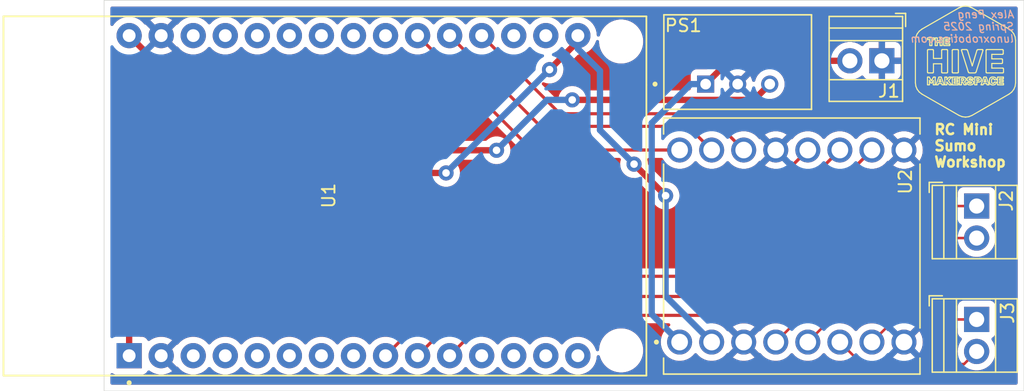
<source format=kicad_pcb>
(kicad_pcb (version 20240108) (generator "pcbnew") (generator_version "8.0")
  (layers (0 "F.Cu" signal) (31 "B.Cu" signal) (34 "B.Paste" user) (35 "F.Paste" user) (36 "B.SilkS" user "B.Silkscreen") (37 "F.SilkS" user "F.Silkscreen") (38 "B.Mask" user) (39 "F.Mask" user) (44 "Edge.Cuts" user))
  (net 0 "")
  (net 1 "GND")
  (net 2 "Net-(J2-Pin_1)")
  (net 3 "Net-(J2-Pin_2)")
  (net 4 "Net-(J3-Pin_2)")
  (net 5 "Net-(J3-Pin_1)")
  (net 6 "+12V")
  (net 7 "+5V")
  (net 9 "BIn1")
  (net 11 "PWMB")
  (net 14 "PWMA")
  (net 19 "AIn1")
  (net 26 "BIn2")
  (net 30 "+3.3V")
  (net 33 "AIn2")
  (footprint "TerminalBlock:TerminalBlock_Xinya_XY308-2.54-2P_1x02_P2.54mm_Horizontal" (layer "F.Cu") (at 140.65 51.825 -90)
    (property "Reference" "J2")
    (property "Value" "MotorA")
  )
  (footprint "Library:MODULE_ESP32_DEVKIT_V1" (layer "F.Cu") (at 89 51 90)
    (property "Reference" "U1")
    (property "Value" "ESP32-DEVKIT-V1")
  )
  (footprint "TSR_1-2433:CONV_TSR_1-2433" (layer "F.Cu") (at 121.7125 40.4)
    (property "Reference" "PS1")
    (property "Value" "TSR_1-2450")
  )
  (footprint "TerminalBlock:TerminalBlock_Xinya_XY308-2.54-2P_1x02_P2.54mm_Horizontal" (layer "F.Cu") (at 140.65 60.825 -90)
    (property "Reference" "J3")
    (property "Value" "MotorB")
  )
  (footprint "TerminalBlock:TerminalBlock_Xinya_XY308-2.54-2P_1x02_P2.54mm_Horizontal" (layer "F.Cu") (at 133.14 40.3 180)
    (property "Reference" "J1")
    (property "Value" "Battery")
  )
  (footprint "Library:MODULE_ROB-14450" (layer "F.Cu") (at 126 55 90)
    (property "Reference" "U2")
    (property "Value" "ROB-14450")
  )
  (gr_line (start 138.63203 41.618645) (end 138.417995 41.886065) (stroke (width 0.09)) (layer "F.SilkS"))
  (gr_line (start 138.417995 41.886065) (end 138.64808 42.180065) (stroke (width 0.09)) (layer "F.SilkS"))
  (gr_line (start 142.081925 42.192485) (end 141.940985 42.218165) (stroke (width 0.09)) (layer "F.SilkS"))
  (gr_line (start 142.465535 41.71691) (end 142.465535 41.83649) (stroke (width 0.09)) (layer "F.SilkS"))
  (gr_line (start 138.28154 42.203135) (end 138.26549 42.209315) (stroke (width 0.09)) (layer "F.SilkS"))
  (gr_line (start 138.493805 38.74463) (end 138.493805 38.820275) (stroke (width 0.09)) (layer "F.SilkS"))
  (gr_line (start 140.66294 41.87102) (end 140.76728 41.87102) (stroke (width 0.09)) (layer "F.SilkS"))
  (gr_line (start 141.21578 41.614205) (end 141.227375 41.596505) (stroke (width 0.09)) (layer "F.SilkS"))
  (gr_line (start 138.153125 42.209315) (end 138.137075 42.203135) (stroke (width 0.09)) (layer "F.SilkS"))
  (gr_line (start 140.665595 42.187175) (end 140.658455 42.203135) (stroke (width 0.09)) (layer "F.SilkS"))
  (gr_line (start 139.14134 41.83649) (end 139.15739 41.843555) (stroke (width 0.09)) (layer "F.SilkS"))
  (gr_line (start 138.493805 38.820275) (end 138.48746 38.835935) (stroke (width 0.09)) (layer "F.SilkS"))
  (gr_line (start 141.00623 42.182735) (end 141.21578 41.614205) (stroke (width 0.09)) (layer "F.SilkS"))
  (gr_line (start 142.750025 41.71691) (end 142.465535 41.71691) (stroke (width 0.09)) (layer "F.SilkS"))
  (gr_line (start 142.682 40.493315) (end 142.63457 40.51184) (stroke (width 0.09)) (layer "F.SilkS"))
  (gr_line (start 137.762015 38.485535) (end 137.778335 38.479445) (stroke (width 0.09)) (layer "F.SilkS"))
  (gr_line (start 139.69397 41.963135) (end 139.81616 42.18098) (stroke (width 0.09)) (layer "F.SilkS"))
  (gr_line (start 136.944307 39.081995) (end 136.93796 39.066335) (stroke (width 0.09)) (layer "F.SilkS"))
  (gr_line (start 142.730375 41.958695) (end 142.465535 41.958695) (stroke (width 0.09)) (layer "F.SilkS"))
  (gr_line (start 138.347405 39.47312) (end 138.347405 41.19551) (stroke (width 0.09)) (layer "F.SilkS"))
  (gr_line (start 140.76728 41.87102) (end 140.828795 41.851535) (stroke (width 0.09)) (layer "F.SilkS"))
  (gr_line (start 142.198715 41.98616) (end 142.212095 41.99147) (stroke (width 0.09)) (layer "F.SilkS"))
  (gr_line (start 141.686617 42.081337) (end 141.665435 41.97818) (stroke (width 0.09)) (layer "F.SilkS"))
  (gr_line (start 140.0322 35.992494) (end 140.2838 36.096005) (stroke (width 0.09)) (layer "F.SilkS"))
  (gr_line (start 139.4519 39.48638) (end 139.44662 39.46253) (stroke (width 0.09)) (layer "F.SilkS"))
  (gr_line (start 140.1884 41.97731) (end 140.100995 41.955155) (stroke (width 0.09)) (layer "F.SilkS"))
  (gr_line (start 139.766677 44.768594) (end 139.501157 44.734088) (stroke (width 0.09)) (layer "F.SilkS"))
  (gr_line (start 138.50741 38.59856) (end 138.49109 38.60465) (stroke (width 0.09)) (layer "F.SilkS"))
  (gr_line (start 141.852335 39.78845) (end 141.852335 40.14617) (stroke (width 0.09)) (layer "F.SilkS"))
  (gr_line (start 137.228005 41.19551) (end 137.206934 41.24321) (stroke (width 0.09)) (layer "F.SilkS"))
  (gr_line (start 142.700405 40.445615) (end 142.682 40.493315) (stroke (width 0.09)) (layer "F.SilkS"))
  (gr_line (start 137.369435 39.066335) (end 137.369435 38.50118) (stroke (width 0.09)) (layer "F.SilkS"))
  (gr_line (start 137.369435 38.50118) (end 137.37578 38.485535) (stroke (width 0.09)) (layer "F.SilkS"))
  (gr_line (start 142.757165 42.0818) (end 142.7732 42.087995) (stroke (width 0.09)) (layer "F.SilkS"))
  (gr_line (start 142.700405 40.215065) (end 142.700405 40.445615) (stroke (width 0.09)) (layer "F.SilkS"))
  (gr_line (start 138.05135 38.485535) (end 138.06767 38.479445) (stroke (width 0.09)) (layer "F.SilkS"))
  (gr_line (start 137.37578 38.485535) (end 137.3921 38.479445) (stroke (width 0.09)) (layer "F.SilkS"))
  (gr_line (start 142.692515 39.40688) (end 142.739945 39.425435) (stroke (width 0.09)) (layer "F.SilkS"))
  (gr_line (start 141.940115 42.09065) (end 142.01144 42.072035) (stroke (width 0.09)) (layer "F.SilkS"))
  (gr_line (start 142.75268 41.859515) (end 142.75268 41.93654) (stroke (width 0.09)) (layer "F.SilkS"))
  (gr_line (start 139.940465 41.890505) (end 139.901013 41.838037) (stroke (width 0.09)) (layer "F.SilkS"))
  (gr_line (start 137.87594 41.19551) (end 137.87594 40.535705) (stroke (width 0.09)) (layer "F.SilkS"))
  (gr_line (start 141.3995 41.972855) (end 141.316595 41.739065) (stroke (width 0.09)) (layer "F.SilkS"))
  (gr_line (start 137.8679 42.10037) (end 137.62979 42.10037) (stroke (width 0.09)) (layer "F.SilkS"))
  (gr_line (start 142.081925 41.607095) (end 142.179995 41.68151) (stroke (width 0.09)) (layer "F.SilkS"))
  (gr_line (start 143.434094 37.948855) (end 143.596856 38.160642) (stroke (width 0.09)) (layer "F.SilkS"))
  (gr_line (start 138.513755 38.582915) (end 138.50741 38.59856) (stroke (width 0.09)) (layer "F.SilkS"))
  (gr_line (start 138.72842 42.203135) (end 138.72218 42.187175) (stroke (width 0.09)) (layer "F.SilkS"))
  (gr_line (start 141.827289 42.202893) (end 141.741245 42.157055) (stroke (width 0.09)) (layer "F.SilkS"))
  (gr_line (start 138.47114 38.84201) (end 138.20186 38.84201) (stroke (width 0.09)) (layer "F.SilkS"))
  (gr_line (start 138.48746 38.728985) (end 138.493805 38.74463) (stroke (width 0.09)) (layer "F.SilkS"))
  (gr_line (start 140.072465 42.075575) (end 140.14112 42.09065) (stroke (width 0.09)) (layer "F.SilkS"))
  (gr_line (start 138.49109 38.479445) (end 138.50741 38.485535) (stroke (width 0.09)) (layer "F.SilkS"))
  (gr_line (start 142.779425 42.187175) (end 142.7732 42.203135) (stroke (width 0.09)) (layer "F.SilkS"))
  (gr_line (start 139.16096 41.589395) (end 139.17701 41.59559) (stroke (width 0.09)) (layer "F.SilkS"))
  (gr_line (start 138.72218 42.187175) (end 138.72218 41.61155) (stroke (width 0.09)) (layer "F.SilkS"))
  (gr_line (start 138.045005 39.066335) (end 138.045005 38.50118) (stroke (width 0.09)) (layer "F.SilkS"))
  (gr_line (start 142.739945 39.425435) (end 142.75835 39.47312) (stroke (width 0.09)) (layer "F.SilkS"))
  (gr_line (start 140.37032 41.77184) (end 140.252615 41.77184) (stroke (width 0.09)) (layer "F.SilkS"))
  (gr_line (start 140.64242 42.209315) (end 140.522 42.209315) (stroke (width 0.09)) (layer "F.SilkS"))
  (gr_line (start 142.06049 41.808155) (end 142.04981 41.78954) (stroke (width 0.09)) (layer "F.SilkS"))
  (gr_line (start 142.76606 41.71073) (end 142.750025 41.71691) (stroke (width 0.09)) (layer "F.SilkS"))
  (gr_line (start 137.87594 40.535705) (end 137.228005 40.535705) (stroke (width 0.09)) (layer "F.SilkS"))
  (gr_line (start 137.37578 39.081995) (end 137.369435 39.066335) (stroke (width 0.09)) (layer "F.SilkS"))
  (gr_line (start 137.75567 38.50118) (end 137.762015 38.485535) (stroke (width 0.09)) (layer "F.SilkS"))
  (gr_line (start 137.532635 38.71073) (end 137.75567 38.71073) (stroke (width 0.09)) (layer "F.SilkS"))
  (gr_line (start 136.905515 41.855075) (end 136.905515 42.187175) (stroke (width 0.09)) (layer "F.SilkS"))
  (gr_line (start 140.658455 42.203135) (end 140.64242 42.209315) (stroke (width 0.09)) (layer "F.SilkS"))
  (gr_line (start 136.760252 38.60987) (end 136.753906 38.59421) (stroke (width 0.09)) (layer "F.SilkS"))
  (gr_line (start 137.660105 41.596505) (end 137.683295 41.589395) (stroke (width 0.09)) (layer "F.SilkS"))
  (gr_line (start 139.1681 42.0818) (end 139.18415 42.087995) (stroke (width 0.09)) (layer "F.SilkS"))
  (gr_line (start 138.513755 38.50118) (end 138.513755 38.582915) (stroke (width 0.09)) (layer "F.SilkS"))
  (gr_line (start 138.782315 41.261735) (end 138.7349 41.24321) (stroke (width 0.09)) (layer "F.SilkS"))
  (gr_line (start 140.07425 41.722235) (end 140.05286 41.76386) (stroke (width 0.09)) (layer "F.SilkS"))
  (gr_line (start 139.29176 41.61155) (end 139.298 41.59559) (stroke (width 0.09)) (layer "F.SilkS"))
  (gr_line (start 137.931215 42.209315) (end 137.902685 42.1907) (stroke (width 0.09)) (layer "F.SilkS"))
  (gr_line (start 141.15074 39.46253) (end 141.14549 39.48638) (stroke (width 0.09)) (layer "F.SilkS"))
  (gr_line (start 137.159524 39.40688) (end 137.206934 39.425435) (stroke (width 0.09)) (layer "F.SilkS"))
  (gr_line (start 138.32897 39.425435) (end 138.347405 39.47312) (stroke (width 0.09)) (layer "F.SilkS"))
  (gr_line (start 143.699618 38.406934) (end 143.73542 38.67572) (stroke (width 0.09)) (layer "F.SilkS"))
  (gr_line (start 140.671385 39.475775) (end 140.702975 39.428075) (stroke (width 0.09)) (layer "F.SilkS"))
  (gr_line (start 137.287027 38.59421) (end 137.280681 38.60987) (stroke (width 0.09)) (layer "F.SilkS"))
  (gr_line (start 137.36747 41.61155) (end 137.36747 42.187175) (stroke (width 0.09)) (layer "F.SilkS"))
  (gr_line (start 140.8511 41.79221) (end 140.82971 41.734655) (stroke (width 0.09)) (layer "F.SilkS"))
  (gr_line (start 140.874292 41.980835) (end 140.77172 41.993225) (stroke (width 0.09)) (layer "F.SilkS"))
  (gr_line (start 139.298 41.59559) (end 139.314065 41.589395) (stroke (width 0.09)) (layer "F.SilkS"))
  (gr_line (start 139.54325 41.990555) (end 139.45229 41.990555) (stroke (width 0.09)) (layer "F.SilkS"))
  (gr_line (start 138.72218 41.61155) (end 138.72842 41.59559) (stroke (width 0.09)) (layer "F.SilkS"))
  (gr_line (start 139.554845 41.712515) (end 139.45229 41.712515) (stroke (width 0.09)) (layer "F.SilkS"))
  (gr_line (start 142.692515 39.78845) (end 141.852335 39.78845) (stroke (width 0.09)) (layer "F.SilkS"))
  (gr_line (start 141.233645 41.972855) (end 141.3995 41.972855) (stroke (width 0.09)) (layer "F.SilkS"))
  (gr_line (start 141.687059 41.718702) (end 141.74303 41.64341) (stroke (width 0.09)) (layer "F.SilkS"))
  (gr_line (start 142.75268 41.93654) (end 142.746455 41.9525) (stroke (width 0.09)) (layer "F.SilkS"))
  (gr_line (start 138.287795 42.187175) (end 138.28154 42.203135) (stroke (width 0.09)) (layer "F.SilkS"))
  (gr_line (start 139.660529 41.602676) (end 139.738565 41.64254) (stroke (width 0.09)) (layer "F.SilkS"))
  (gr_line (start 140.569323 41.24186) (end 140.500175 41.261735) (stroke (width 0.09)) (layer "F.SilkS"))
  (gr_line (start 138.87647 41.71691) (end 138.87647 41.83649) (stroke (width 0.09)) (layer "F.SilkS"))
  (gr_line (start 140.76728 41.712515) (end 140.66294 41.712515) (stroke (width 0.09)) (layer "F.SilkS"))
  (gr_line (start 138.47114 38.722025) (end 138.48746 38.728985) (stroke (width 0.09)) (layer "F.SilkS"))
  (gr_line (start 141.62159 42.204005) (end 141.60821 42.209315) (stroke (width 0.09)) (layer "F.SilkS"))
  (gr_line (start 135.93649 38.160642) (end 136.099249 37.948855) (stroke (width 0.09)) (layer "F.SilkS"))
  (gr_line (start 137.456765 42.209315) (end 137.4434 42.204005) (stroke (width 0.09)) (layer "F.SilkS"))
  (gr_line (start 142.211225 41.808155) (end 142.198715 41.812565) (stroke (width 0.09)) (layer "F.SilkS"))
  (gr_line (start 139.766677 35.95799) (end 140.0322 35.992494) (stroke (width 0.09)) (layer "F.SilkS"))
  (gr_line (start 140.135765 41.70806) (end 140.07425 41.722235) (stroke (width 0.09)) (layer "F.SilkS"))
  (gr_line (start 137.280681 38.60987) (end 137.264362 38.61596) (stroke (width 0.09)) (layer "F.SilkS"))
  (gr_line (start 137.94179 39.40688) (end 138.28157 39.40688) (stroke (width 0.09)) (layer "F.SilkS"))
  (gr_line (start 135.79793 42.050885) (end 135.79793 38.67572) (stroke (width 0.09)) (layer "F.SilkS"))
  (gr_line (start 139.18325 41.694815) (end 139.17701 41.71073) (stroke (width 0.09)) (layer "F.SilkS"))
  (gr_line (start 142.71359 40.88018) (end 142.76102 40.89872) (stroke (width 0.09)) (layer "F.SilkS"))
  (gr_line (start 140.873621 41.602466) (end 140.950985 41.64167) (stroke (width 0.09)) (layer "F.SilkS"))
  (gr_line (start 139.16363 41.859515) (end 139.16363 41.93654) (stroke (width 0.09)) (layer "F.SilkS"))
  (gr_line (start 139.891415 42.02156) (end 140.00381 42.02156) (stroke (width 0.09)) (layer "F.SilkS"))
  (gr_line (start 142.333535 42.209315) (end 142.31747 42.203135) (stroke (width 0.09)) (layer "F.SilkS"))
  (gr_line (start 138.137075 42.203135) (end 138.13082 42.187175) (stroke (width 0.09)) (layer "F.SilkS"))
  (gr_line (start 141.83042 41.898485) (end 141.83129 41.97374) (stroke (width 0.09)) (layer "F.SilkS"))
  (gr_line (start 141.010685 42.204005) (end 141.005315 42.1907) (stroke (width 0.09)) (layer "F.SilkS"))
  (gr_line (start 139.81883 42.1907) (end 139.81259 42.204005) (stroke (width 0.09)) (layer "F.SilkS"))
  (gr_line (start 139.504565 39.40688) (end 139.83116 39.40688) (stroke (width 0.09)) (layer "F.SilkS"))
  (gr_line (start 138.347405 41.19551) (end 138.32897 41.24321) (stroke (width 0.09)) (layer "F.SilkS"))
  (gr_line (start 138.46436 42.191585) (end 138.287795 41.972855) (stroke (width 0.09)) (layer "F.SilkS"))
  (gr_line (start 139.13525 39.40688) (end 139.182665 39.425435) (stroke (width 0.09)) (layer "F.SilkS"))
  (gr_line (start 137.217653 41.608895) (end 137.248864 41.589395) (stroke (width 0.09)) (layer "F.SilkS"))
  (gr_line (start 140.23121 41.999405) (end 140.1884 41.97731) (stroke (width 0.09)) (layer "F.SilkS"))
  (gr_line (start 142.746455 41.843555) (end 142.75268 41.859515) (stroke (width 0.09)) (layer "F.SilkS"))
  (gr_line (start 136.753906 39.47312) (end 136.77234 39.425435) (stroke (width 0.09)) (layer "F.SilkS"))
  (gr_line (start 136.753906 38.59421) (end 136.753906 38.50118) (stroke (width 0.09)) (layer "F.SilkS"))
  (gr_line (start 141.40577 41.596505) (end 141.41735 41.614205) (stroke (width 0.09)) (layer "F.SilkS"))
  (gr_line (start 138.06767 39.08807) (end 138.05135 39.081995) (stroke (width 0.09)) (layer "F.SilkS"))
  (gr_line (start 137.532635 39.066335) (end 137.525375 39.081995) (stroke (width 0.09)) (layer "F.SilkS"))
  (gr_line (start 142.757165 42.209315) (end 142.333535 42.209315) (stroke (width 0.09)) (layer "F.SilkS"))
  (gr_line (start 136.776202 42.209315) (end 136.760149 42.203135) (stroke (width 0.09)) (layer "F.SilkS"))
  (gr_line (start 139.46243 39.425435) (end 139.504565 39.40688) (stroke (width 0.09)) (layer "F.SilkS"))
  (gr_line (start 138.045005 38.50118) (end 138.05135 38.485535) (stroke (width 0.09)) (layer "F.SilkS"))
  (gr_line (start 139.81259 42.204005) (end 139.800095 42.209315) (stroke (width 0.09)) (layer "F.SilkS"))
  (gr_line (start 141.60821 42.209315) (end 141.498515 42.209315) (stroke (width 0.09)) (layer "F.SilkS"))
  (gr_line (start 141.860283 42.061422) (end 141.940115 42.09065) (stroke (width 0.09)) (layer "F.SilkS"))
  (gr_line (start 140.3 40.7) (end 140.671385 39.475775) (stroke (width 0.09)) (layer "F.SilkS"))
  (gr_line (start 138.058745 42.182735) (end 138.06053 42.1907) (stroke (width 0.09)) (layer "F.SilkS"))
  (gr_line (start 142.63457 40.14617) (end 142.682 40.167365) (stroke (width 0.09)) (layer "F.SilkS"))
  (gr_line (start 139.298 42.203135) (end 139.29176 42.187175) (stroke (width 0.09)) (layer "F.SilkS"))
  (gr_line (start 138.87647 41.83649) (end 139.14134 41.83649) (stroke (width 0.09)) (layer "F.SilkS"))
  (gr_line (start 137.525375 39.081995) (end 137.509055 39.08807) (stroke (width 0.09)) (layer "F.SilkS"))
  (gr_line (start 137.94179 41.261735) (end 137.894375 41.24321) (stroke (width 0.09)) (layer "F.SilkS"))
  (gr_line (start 140.02076 42.026) (end 140.034995 42.037505) (stroke (width 0.09)) (layer "F.SilkS"))
  (gr_line (start 138.287795 41.972855) (end 138.287795 42.187175) (stroke (width 0.09)) (layer "F.SilkS"))
  (gr_line (start 137.287027 38.50118) (end 137.287027 38.59421) (stroke (width 0.09)) (layer "F.SilkS"))
  (gr_line (start 139.16363 41.93654) (end 139.15739 41.9525) (stroke (width 0.09)) (layer "F.SilkS"))
  (gr_line (start 139.18325 41.61155) (end 139.18325 41.694815) (stroke (width 0.09)) (layer "F.SilkS"))
  (gr_line (start 140.702975 39.428075) (end 140.7662 39.40688) (stroke (width 0.09)) (layer "F.SilkS"))
  (gr_line (start 139.18415 42.087995) (end 139.19039 42.10391) (stroke (width 0.09)) (layer "F.SilkS"))
  (gr_line (start 136.960625 39.08807) (end 136.944307 39.081995) (stroke (width 0.09)) (layer "F.SilkS"))
  (gr_line (start 139.68149 42.209315) (end 139.64492 42.18539) (stroke (width 0.09)) (layer "F.SilkS"))
  (gr_line (start 137.75567 39.066335) (end 137.75567 38.84984) (stroke (width 0.09)) (layer "F.SilkS"))
  (gr_line (start 137.762015 39.081995) (end 137.75567 39.066335) (stroke (width 0.09)) (layer "F.SilkS"))
  (gr_line (start 137.75567 38.71073) (end 137.75567 38.50118) (stroke (width 0.09)) (layer "F.SilkS"))
  (gr_line (start 142.779425 40.94642) (end 142.779425 41.19551) (stroke (width 0.09)) (layer "F.SilkS"))
  (gr_line (start 142.76606 41.59559) (end 142.77233 41.61155) (stroke (width 0.09)) (layer "F.SilkS"))
  (gr_line (start 138.7349 41.24321) (end 138.716465 41.19551) (stroke (width 0.09)) (layer "F.SilkS"))
  (gr_line (start 137.59589 42.1907) (end 137.56646 42.209315) (stroke (width 0.09)) (layer "F.SilkS"))
  (gr_line (start 137.43893 42.182735) (end 137.64851 41.614205) (stroke (width 0.09)) (layer "F.SilkS"))
  (gr_line (start 139.16096 41.71691) (end 138.87647 41.71691) (stroke (width 0.09)) (layer "F.SilkS"))
  (gr_line (start 139.554845 41.864825) (end 139.617275 41.84534) (stroke (width 0.09)) (layer "F.SilkS"))
  (gr_line (start 137.102972 39.066335) (end 137.096627 39.081995) (stroke (width 0.09)) (layer "F.SilkS"))
  (gr_line (start 143.596856 38.160642) (end 143.699618 38.406934) (stroke (width 0.09)) (layer "F.SilkS"))
  (gr_line (start 136.776202 41.589395) (end 136.872515 41.589395) (stroke (width 0.09)) (layer "F.SilkS"))
  (gr_line (start 141.462485 39.40688) (end 142.692515 39.40688) (stroke (width 0.09)) (layer "F.SilkS"))
  (gr_line (start 137.248864 41.589395) (end 137.344295 41.589395) (stroke (width 0.09)) (layer "F.SilkS"))
  (gr_line (start 139.9892 41.18225) (end 139.4519 39.48638) (stroke (width 0.09)) (layer "F.SilkS"))
  (gr_line (start 137.911625 39.081995) (end 137.895305 39.08807) (stroke (width 0.09)) (layer "F.SilkS"))
  (gr_line (start 138.287795 41.808155) (end 138.45278 41.606225) (stroke (width 0.09)) (layer "F.SilkS"))
  (gr_line (start 137.344295 42.209315) (end 137.238164 42.209315) (stroke (width 0.09)) (layer "F.SilkS"))
  (gr_line (start 139.45229 41.990555) (end 139.45229 42.187175) (stroke (width 0.09)) (layer "F.SilkS"))
  (gr_line (start 142.333535 41.589395) (end 142.750025 41.589395) (stroke (width 0.09)) (layer "F.SilkS"))
  (gr_line (start 141.396635 39.47312) (end 141.4151 39.425435) (stroke (width 0.09)) (layer "F.SilkS"))
  (gr_line (start 136.872515 41.589395) (end 136.90373 41.608895) (stroke (width 0.09)) (layer "F.SilkS"))
  (gr_line (start 140.522 41.589395) (end 140.77172 41.589395) (stroke (width 0.09)) (layer "F.SilkS"))
  (gr_line (start 140.252615 41.77184) (end 140.234795 41.768315) (stroke (width 0.09)) (layer "F.SilkS"))
  (gr_line (start 139.891775 39.428075) (end 139.925975 39.475775) (stroke (width 0.09)) (layer "F.SilkS"))
  (gr_line (start 142.21745 42.00473) (end 142.179995 42.118085) (stroke (width 0.09)) (layer "F.SilkS"))
  (gr_line (start 138.74447 41.589395) (end 139.16096 41.589395) (stroke (width 0.09)) (layer "F.SilkS"))
  (gr_line (start 137.102972 38.61596) (end 137.102972 39.066335) (stroke (width 0.09)) (layer "F.SilkS"))
  (gr_line (start 139.617275 41.84534) (end 139.63868 41.78954) (stroke (width 0.09)) (layer "F.SilkS"))
  (gr_line (start 141.83129 41.97374) (end 141.860283 42.061422) (stroke (width 0.09)) (layer "F.SilkS"))
  (gr_line (start 140.951855 41.94365) (end 140.874292 41.980835) (stroke (width 0.09)) (layer "F.SilkS"))
  (gr_line (start 140.522 42.209315) (end 140.50598 42.203135) (stroke (width 0.09)) (layer "F.SilkS"))
  (gr_line (start 142.21745 41.793995) (end 142.21745 41.795735) (stroke (width 0.09)) (layer "F.SilkS"))
  (gr_line (start 137.87594 40.111715) (end 137.87594 39.47312) (stroke (width 0.09)) (layer "F.SilkS"))
  (gr_line (start 136.819751 39.40688) (end 137.159524 39.40688) (stroke (width 0.09)) (layer "F.SilkS"))
  (gr_line (start 138.20186 38.60465) (end 138.20186 38.722025) (stroke (width 0.09)) (layer "F.SilkS"))
  (gr_line (start 138.32897 41.24321) (end 138.28157 41.261735) (stroke (width 0.09)) (layer "F.SilkS"))
  (gr_line (start 139.55663 41.589395) (end 139.660529 41.602676) (stroke (width 0.09)) (layer "F.SilkS"))
  (gr_line (start 140.270465 41.607095) (end 140.35694 41.674415) (stroke (width 0.09)) (layer "F.SilkS"))
  (gr_line (start 137.749295 41.739065) (end 137.666345 41.972855) (stroke (width 0.09)) (layer "F.SilkS"))
  (gr_line (start 138.05135 39.081995) (end 138.045005 39.066335) (stroke (width 0.09)) (layer "F.SilkS"))
  (gr_line (start 138.153125 41.589395) (end 138.26549 41.589395) (stroke (width 0.09)) (layer "F.SilkS"))
  (gr_line (start 137.037505 42.06053) (end 137.018776 42.05522) (stroke (width 0.09)) (layer "F.SilkS"))
  (gr_line (start 136.77657 38.61596) (end 136.760252 38.60987) (stroke (width 0.09)) (layer "F.SilkS"))
  (gr_line (start 142.779425 42.10391) (end 142.779425 42.187175) (stroke (width 0.09)) (layer "F.SilkS"))
  (gr_line (start 138.49835 38.96288) (end 138.51467 38.968955) (stroke (width 0.09)) (layer "F.SilkS"))
  (gr_line (start 141.498515 42.209315) (end 141.469985 42.1907) (stroke (width 0.09)) (layer "F.SilkS"))
  (gr_line (start 140.50598 42.203135) (end 140.49974 42.187175) (stroke (width 0.09)) (layer "F.SilkS"))
  (gr_line (start 135.79793 38.67572) (end 135.83373 38.406934) (stroke (width 0.09)) (layer "F.SilkS"))
  (gr_line (start 137.895305 39.08807) (end 137.778335 39.08807) (stroke (width 0.09)) (layer "F.SilkS"))
  (gr_line (start 140.218715 42.074705) (end 140.24546 42.031325) (stroke (width 0.09)) (layer "F.SilkS"))
  (gr_line (start 139.64492 42.18539) (end 139.54325 41.990555) (stroke (width 0.09)) (layer "F.SilkS"))
  (gr_line (start 140.77172 41.589395) (end 140.873621 41.602466) (stroke (width 0.09)) (layer "F.SilkS"))
  (gr_line (start 139.182665 41.24321) (end 139.13525 41.261735) (stroke (width 0.09)) (layer "F.SilkS"))
  (gr_line (start 139.18415 42.203135) (end 139.1681 42.209315) (stroke (width 0.09)) (layer "F.SilkS"))
  (gr_line (start 137.221217 42.203135) (end 137.214974 42.187175) (stroke (width 0.09)) (layer "F.SilkS"))
  (gr_line (start 140.028044 41.24186) (end 139.9892 41.18225) (stroke (width 0.09)) (layer "F.SilkS"))
  (gr_line (start 141.43517 42.10037) (end 141.197045 42.10037) (stroke (width 0.09)) (layer "F.SilkS"))
  (gr_line (start 139.203725 39.47312) (end 139.203725 41.19551) (stroke (width 0.09)) (layer "F.SilkS"))
  (gr_line (start 138.51467 38.968955) (end 138.521015 38.984615) (stroke (width 0.09)) (layer "F.SilkS"))
  (gr_line (start 138.782315 39.40688) (end 139.13525 39.40688) (stroke (width 0.09)) (layer "F.SilkS"))
  (gr_line (start 142.05962 41.99147) (end 142.078355 41.98616) (stroke (width 0.09)) (layer "F.SilkS"))
  (gr_line (start 136.760149 42.203135) (end 136.753906 42.187175) (stroke (width 0.09)) (layer "F.SilkS"))
  (gr_line (start 140.280275 42.195155) (end 140.14112 42.218165) (stroke (width 0.09)) (layer "F.SilkS"))
  (gr_line (start 137.214974 41.855075) (end 137.115094 42.040175) (stroke (width 0.09)) (layer "F.SilkS"))
  (gr_line (start 141.665435 41.820545) (end 141.687059 41.718702) (stroke (width 0.09)) (layer "F.SilkS"))
  (gr_line (start 140.00381 42.02156) (end 140.02076 42.026) (stroke (width 0.09)) (layer "F.SilkS"))
  (gr_line (start 142.179995 41.68151) (end 142.21745 41.793995) (stroke (width 0.09)) (layer "F.SilkS"))
  (gr_line (start 137.264362 38.61596) (end 137.102972 38.61596) (stroke (width 0.09)) (layer "F.SilkS"))
  (gr_line (start 143.73542 38.67572) (end 143.73542 42.050885) (stroke (width 0.09)) (layer "F.SilkS"))
  (gr_line (start 138.05429 42.204005) (end 138.04091 42.209315) (stroke (width 0.09)) (layer "F.SilkS"))
  (gr_line (start 137.360345 41.59559) (end 137.36747 41.61155) (stroke (width 0.09)) (layer "F.SilkS"))
  (gr_line (start 142.179995 42.118085) (end 142.081925 42.192485) (stroke (width 0.09)) (layer "F.SilkS"))
  (gr_line (start 142.682 40.167365) (end 142.700405 40.215065) (stroke (width 0.09)) (layer "F.SilkS"))
  (gr_line (start 137.083879 42.06053) (end 137.037505 42.06053) (stroke (width 0.09)) (layer "F.SilkS"))
  (gr_line (start 140.097185 41.261735) (end 140.028044 41.24186) (stroke (width 0.09)) (layer "F.SilkS"))
  (gr_line (start 136.77657 38.479445) (end 137.264362 38.479445) (stroke (width 0.09)) (layer "F.SilkS"))
  (gr_line (start 137.894375 39.425435) (end 137.94179 39.40688) (stroke (width 0.09)) (layer "F.SilkS"))
  (gr_line (start 140.24546 42.031325) (end 140.23121 41.999405) (stroke (width 0.09)) (layer "F.SilkS"))
  (gr_line (start 139.63868 41.78954) (end 139.617275 41.73374) (stroke (width 0.09)) (layer "F.SilkS"))
  (gr_line (start 142.730375 41.83649) (end 142.746455 41.843555) (stroke (width 0.09)) (layer "F.SilkS"))
  (gr_line (start 137.778335 38.479445) (end 137.895305 38.479445) (stroke (width 0.09)) (layer "F.SilkS"))
  (gr_line (start 140.35694 41.674415) (end 140.389055 41.753225) (stroke (width 0.09)) (layer "F.SilkS"))
  (gr_line (start 139.249565 36.096005) (end 139.501157 35.992494) (stroke (width 0.09)) (layer "F.SilkS"))
  (gr_line (start 138.13082 41.61155) (end 138.137075 41.59559) (stroke (width 0.09)) (layer "F.SilkS"))
  (gr_line (start 136.753906 41.19551) (end 136.753906 39.47312) (stroke (width 0.09)) (layer "F.SilkS"))
  (gr_line (start 140.500175 41.261735) (end 140.097185 41.261735) (stroke (width 0.09)) (layer "F.SilkS"))
  (gr_line (start 140.50598 41.59559) (end 140.522 41.589395) (stroke (width 0.09)) (layer "F.SilkS"))
  (gr_line (start 141.38255 41.589395) (end 141.40577 41.596505) (stroke (width 0.09)) (layer "F.SilkS"))
  (gr_line (start 137.36747 42.187175) (end 137.360345 42.203135) (stroke (width 0.09)) (layer "F.SilkS"))
  (gr_line (start 141.41735 41.614205) (end 141.62603 42.182735) (stroke (width 0.09)) (layer "F.SilkS"))
  (gr_line (start 136.77234 39.425435) (end 136.819751 39.40688) (stroke (width 0.09)) (layer "F.SilkS"))
  (gr_line (start 140.608175 41.18225) (end 140.569323 41.24186) (stroke (width 0.09)) (layer "F.SilkS"))
  (gr_line (start 137.895305 38.479445) (end 137.911625 38.485535) (stroke (width 0.09)) (layer "F.SilkS"))
  (gr_line (start 142.465535 42.0818) (end 142.757165 42.0818) (stroke (width 0.09)) (layer "F.SilkS"))
  (gr_line (start 136.883219 42.209315) (end 136.776202 42.209315) (stroke (width 0.09)) (layer "F.SilkS"))
  (gr_line (start 139.314065 42.209315) (end 139.298 42.203135) (stroke (width 0.09)) (layer "F.SilkS"))
  (gr_line (start 137.683295 41.589395) (end 137.81528 41.589395) (stroke (width 0.09)) (layer "F.SilkS"))
  (gr_line (start 141.02405 42.209315) (end 141.010685 42.204005) (stroke (width 0.09)) (layer "F.SilkS"))
  (gr_line (start 141.940985 42.218165) (end 141.827289 42.202893) (stroke (width 0.09)) (layer "F.SilkS"))
  (gr_line (start 139.81616 42.18098) (end 139.81883 42.1907) (stroke (width 0.09)) (layer "F.SilkS"))
  (gr_line (start 138.28154 41.59559) (end 138.287795 41.61155) (stroke (width 0.09)) (layer "F.SilkS"))
  (gr_line (start 138.20186 38.96288) (end 138.49835 38.96288) (stroke (width 0.09)) (layer "F.SilkS"))
  (gr_line (start 139.90391 42.12872) (end 139.87181 42.040175) (stroke (width 0.09)) (layer "F.SilkS"))
  (gr_line (start 140.2232 41.756765) (end 140.193755 41.722235) (stroke (width 0.09)) (layer "F.SilkS"))
  (gr_line (start 136.753906 38.50118) (end 136.760252 38.485535) (stroke (width 0.09)) (layer "F.SilkS"))
  (gr_line (start 137.228005 39.47312) (end 137.228005 40.111715) (stroke (width 0.09)) (layer "F.SilkS"))
  (gr_line (start 139.314065 41.589395) (end 139.55663 41.589395) (stroke (width 0.09)) (layer "F.SilkS"))
  (gr_line (start 142.75835 39.72221) (end 142.739945 39.76991) (stroke (width 0.09)) (layer "F.SilkS"))
  (gr_line (start 138.716465 41.19551) (end 138.716465 39.47312) (stroke (width 0.09)) (layer "F.SilkS"))
  (gr_line (start 142.078355 41.812565) (end 142.06049 41.808155) (stroke (width 0.09)) (layer "F.SilkS"))
  (gr_line (start 142.63457 40.51184) (end 141.852335 40.51184) (stroke (width 0.09)) (layer "F.SilkS"))
  (gr_line (start 139.738565 41.64254) (end 139.788065 41.705863) (stroke (width 0.09)) (layer "F.SilkS"))
  (gr_line (start 137.096627 39.081995) (end 137.080307 39.08807) (stroke (width 0.09)) (layer "F.SilkS"))
  (gr_line (start 137.344295 41.589395) (end 137.360345 41.59559) (stroke (width 0.09)) (layer "F.SilkS"))
  (gr_line (start 142.01057 41.726675) (end 141.940115 41.70806) (stroke (width 0.09)) (layer "F.SilkS"))
  (gr_line (start 141.741245 42.157055) (end 141.686617 42.081337) (stroke (width 0.09)) (layer "F.SilkS"))
  (gr_line (start 142.078355 41.98616) (end 142.198715 41.98616) (stroke (width 0.09)) (layer "F.SilkS"))
  (gr_line (start 137.080307 39.08807) (end 136.960625 39.08807) (stroke (width 0.09)) (layer "F.SilkS"))
  (gr_line (start 143.73542 42.050885) (end 143.699618 42.319662) (stroke (width 0.09)) (layer "F.SilkS"))
  (gr_line (start 140.14112 42.218165) (end 139.995785 42.19337) (stroke (width 0.09)) (layer "F.SilkS"))
  (gr_line (start 137.280681 38.485535) (end 137.287027 38.50118) (stroke (width 0.09)) (layer "F.SilkS"))
  (gr_line (start 138.500045 42.209315) (end 138.46436 42.191585) (stroke (width 0.09)) (layer "F.SilkS"))
  (gr_line (start 139.45229 42.187175) (end 139.44515 42.203135) (stroke (width 0.09)) (layer "F.SilkS"))
  (gr_line (start 142.71359 41.261735) (end 141.462485 41.261735) (stroke (width 0.09)) (layer "F.SilkS"))
  (gr_line (start 142.21745 41.795735) (end 142.211225 41.808155) (stroke (width 0.09)) (layer "F.SilkS"))
  (gr_line (start 142.01144 42.072035) (end 142.04981 42.00917) (stroke (width 0.09)) (layer "F.SilkS"))
  (gr_line (start 141.860283 41.737295) (end 141.83129 41.824985) (stroke (width 0.09)) (layer "F.SilkS"))
  (gr_line (start 138.7349 39.425435) (end 138.782315 39.40688) (stroke (width 0.09)) (layer "F.SilkS"))
  (gr_line (start 140.31416 41.876345) (end 140.38727 41.934755) (stroke (width 0.09)) (layer "F.SilkS"))
  (gr_line (start 138.45278 41.606225) (end 138.48755 41.589395) (stroke (width 0.09)) (layer "F.SilkS"))
  (gr_line (start 140.77172 41.993225) (end 140.665595 41.993225) (stroke (width 0.09)) (layer "F.SilkS"))
  (gr_line (start 138.20186 38.84201) (end 138.20186 38.96288) (stroke (width 0.09)) (layer "F.SilkS"))
  (gr_line (start 139.15739 41.843555) (end 139.16363 41.859515) (stroke (width 0.09)) (layer "F.SilkS"))
  (gr_line (start 137.911625 38.485535) (end 137.91797 38.50118) (stroke (width 0.09)) (layer "F.SilkS"))
  (gr_line (start 140.100995 41.955155) (end 139.940465 41.890505) (stroke (width 0.09)) (layer "F.SilkS"))
  (gr_line (start 138.287795 41.61155) (end 138.287795 41.808155) (stroke (width 0.09)) (layer "F.SilkS"))
  (gr_line (start 140.41049 42.024215) (end 140.375675 42.127835) (stroke (width 0.09)) (layer "F.SilkS"))
  (gr_line (start 137.75567 38.84984) (end 137.532635 38.84984) (stroke (width 0.09)) (layer "F.SilkS"))
  (gr_line (start 139.501157 44.734088) (end 139.249565 44.630571) (stroke (width 0.09)) (layer "F.SilkS"))
  (gr_line (start 142.77233 41.61155) (end 142.77233 41.694815) (stroke (width 0.09)) (layer "F.SilkS"))
  (gr_line (start 138.28157 41.261735) (end 137.94179 41.261735) (stroke (width 0.09)) (layer "F.SilkS"))
  (gr_line (start 140.135765 41.580545) (end 140.270465 41.607095) (stroke (width 0.09)) (layer "F.SilkS"))
  (gr_line (start 136.315046 37.78358) (end 139.249565 36.096005) (stroke (width 0.09)) (layer "F.SilkS"))
  (gr_line (start 140.828795 41.851535) (end 140.8511 41.79221) (stroke (width 0.09)) (layer "F.SilkS"))
  (gr_line (start 137.06069 41.88785) (end 137.217653 41.608895) (stroke (width 0.09)) (layer "F.SilkS"))
  (gr_line (start 138.646295 42.204005) (end 138.63293 42.209315) (stroke (width 0.09)) (layer "F.SilkS"))
  (gr_line (start 137.206934 39.425435) (end 137.228005 39.47312) (stroke (width 0.09)) (layer "F.SilkS"))
  (gr_line (start 137.228005 40.535705) (end 137.228005 41.19551) (stroke (width 0.09)) (layer "F.SilkS"))
  (gr_line (start 139.4291 42.209315) (end 139.314065 42.209315) (stroke (width 0.09)) (layer "F.SilkS"))
  (gr_line (start 137.438045 42.1907) (end 137.43893 42.182735) (stroke (width 0.09)) (layer "F.SilkS"))
  (gr_line (start 139.45229 41.712515) (end 139.45229 41.864825) (stroke (width 0.09)) (layer "F.SilkS"))
  (gr_line (start 140.103695 41.817875) (end 140.18216 41.838245) (stroke (width 0.09)) (layer "F.SilkS"))
  (gr_line (start 142.198715 41.812565) (end 142.078355 41.812565) (stroke (width 0.09)) (layer "F.SilkS"))
  (gr_line (start 140.950985 41.64167) (end 141.000489 41.705863) (stroke (width 0.09)) (layer "F.SilkS"))
  (gr_line (start 142.31123 41.61155) (end 142.31747 41.59559) (stroke (width 0.09)) (layer "F.SilkS"))
  (gr_line (start 138.26549 41.589395) (end 138.28154 41.59559) (stroke (width 0.09)) (layer "F.SilkS"))
  (gr_line (start 141.13232 39.425435) (end 141.15074 39.46253) (stroke (width 0.09)) (layer "F.SilkS"))
  (gr_line (start 141.74303 41.64341) (end 141.829076 41.596261) (stroke (width 0.09)) (layer "F.SilkS"))
  (gr_line (start 140.14112 42.09065) (end 140.218715 42.074705) (stroke (width 0.09)) (layer "F.SilkS"))
  (gr_line (start 137.850065 41.614205) (end 138.058745 42.182735) (stroke (width 0.09)) (layer "F.SilkS"))
  (gr_line (start 137.532635 38.50118) (end 137.532635 38.71073) (stroke (width 0.09)) (layer "F.SilkS"))
  (gr_line (start 143.218295 37.78358) (end 143.434094 37.948855) (stroke (width 0.09)) (layer "F.SilkS"))
  (gr_line (start 140.49974 42.187175) (end 140.49974 41.61155) (stroke (width 0.09)) (layer "F.SilkS"))
  (gr_line (start 139.80458 41.791325) (end 139.775135 41.8967) (stroke (width 0.09)) (layer "F.SilkS"))
  (gr_line (start 140.00468 41.604485) (end 140.135765 41.580545) (stroke (width 0.09)) (layer "F.SilkS"))
  (gr_line (start 137.56646 42.209315) (end 137.456765 42.209315) (stroke (width 0.09)) (layer "F.SilkS"))
  (gr_line (start 141.852335 40.51184) (end 141.852335 40.88018) (stroke (width 0.09)) (layer "F.SilkS"))
  (gr_line (start 137.81528 41.589395) (end 137.83847 41.596505) (stroke (width 0.09)) (layer "F.SilkS"))
  (gr_line (start 141.852335 40.88018) (end 142.71359 40.88018) (stroke (width 0.09)) (layer "F.SilkS"))
  (gr_line (start 141.000489 41.705863) (end 141.016985 41.793995) (stroke (width 0.09)) (layer "F.SilkS"))
  (gr_line (start 141.133745 42.209315) (end 141.02405 42.209315) (stroke (width 0.09)) (layer "F.SilkS"))
  (gr_line (start 139.13525 41.261735) (end 138.782315 41.261735) (stroke (width 0.09)) (layer "F.SilkS"))
  (gr_line (start 137.018776 42.05522) (end 137.00629 42.040175) (stroke (width 0.09)) (layer "F.SilkS"))
  (gr_line (start 139.45229 41.864825) (end 139.554845 41.864825) (stroke (width 0.09)) (layer "F.SilkS"))
  (gr_line (start 138.49109 38.60465) (end 138.20186 38.60465) (stroke (width 0.09)) (layer "F.SilkS"))
  (gr_line (start 141.14549 39.48638) (end 140.608175 41.18225) (stroke (width 0.09)) (layer "F.SilkS"))
  (gr_line (start 140.82971 41.734655) (end 140.76728 41.712515) (stroke (width 0.09)) (layer "F.SilkS"))
  (gr_line (start 138.06767 38.479445) (end 138.49109 38.479445) (stroke (width 0.09)) (layer "F.SilkS"))
  (gr_line (start 139.918205 41.670875) (end 140.00468 41.604485) (stroke (width 0.09)) (layer "F.SilkS"))
  (gr_line (start 138.74447 42.209315) (end 138.72842 42.203135) (stroke (width 0.09)) (layer "F.SilkS"))
  (gr_line (start 136.899272 42.203135) (end 136.883219 42.209315) (stroke (width 0.09)) (layer "F.SilkS"))
  (gr_line (start 138.04091 42.209315) (end 137.931215 42.209315) (stroke (width 0.09)) (layer "F.SilkS"))
  (gr_line (start 137.83847 41.596505) (end 137.850065 41.614205) (stroke (width 0.09)) (layer "F.SilkS"))
  (gr_line (start 143.218295 42.943025) (end 140.2838 44.630571) (stroke (width 0.09)) (layer "F.SilkS"))
  (gr_line (start 140.193755 41.722235) (end 140.135765 41.70806) (stroke (width 0.09)) (layer "F.SilkS"))
  (gr_line (start 138.64808 42.180065) (end 138.65165 42.1907) (stroke (width 0.09)) (layer "F.SilkS"))
  (gr_line (start 141.396635 41.19551) (end 141.396635 39.47312) (stroke (width 0.09)) (layer "F.SilkS"))
  (gr_line (start 139.203725 41.19551) (end 139.182665 41.24321) (stroke (width 0.09)) (layer "F.SilkS"))
  (gr_line (start 142.31747 41.59559) (end 142.333535 41.589395) (stroke (width 0.09)) (layer "F.SilkS"))
  (gr_line (start 140.49974 41.61155) (end 140.50598 41.59559) (stroke (width 0.09)) (layer "F.SilkS"))
  (gr_line (start 137.91797 39.066335) (end 137.911625 39.081995) (stroke (width 0.09)) (layer "F.SilkS"))
  (gr_line (start 137.666345 41.972855) (end 137.83223 41.972855) (stroke (width 0.09)) (layer "F.SilkS"))
  (gr_line (start 138.521015 39.066335) (end 138.51467 39.081995) (stroke (width 0.09)) (layer "F.SilkS"))
  (gr_line (start 142.76102 40.89872) (end 142.779425 40.94642) (stroke (width 0.09)) (layer "F.SilkS"))
  (gr_line (start 138.716465 39.47312) (end 138.7349 39.425435) (stroke (width 0.09)) (layer "F.SilkS"))
  (gr_line (start 138.61598 41.589395) (end 138.62936 41.59559) (stroke (width 0.09)) (layer "F.SilkS"))
  (gr_line (start 139.83116 39.40688) (end 139.891775 39.428075) (stroke (width 0.09)) (layer "F.SilkS"))
  (gr_line (start 141.4151 39.425435) (end 141.462485 39.40688) (stroke (width 0.09)) (layer "F.SilkS"))
  (gr_line (start 139.44515 42.203135) (end 139.4291 42.209315) (stroke (width 0.09)) (layer "F.SilkS"))
  (gr_line (start 140.05286 41.76386) (end 140.064455 41.794865) (stroke (width 0.09)) (layer "F.SilkS"))
  (gr_line (start 142.7732 42.087995) (end 142.779425 42.10391) (stroke (width 0.09)) (layer "F.SilkS"))
  (gr_line (start 143.596856 42.565951) (end 143.434094 42.777742) (stroke (width 0.09)) (layer "F.SilkS"))
  (gr_line (start 138.48755 41.589395) (end 138.61598 41.589395) (stroke (width 0.09)) (layer "F.SilkS"))
  (gr_line (start 137.264362 38.479445) (end 137.280681 38.485535) (stroke (width 0.09)) (layer "F.SilkS"))
  (gr_line (start 141.197045 42.10037) (end 141.16319 42.1907) (stroke (width 0.09)) (layer "F.SilkS"))
  (gr_line (start 141.316595 41.739065) (end 141.233645 41.972855) (stroke (width 0.09)) (layer "F.SilkS"))
  (gr_line (start 136.93796 39.066335) (end 136.93796 38.61596) (stroke (width 0.09)) (layer "F.SilkS"))
  (gr_line (start 142.04981 42.00917) (end 142.05962 41.99147) (stroke (width 0.09)) (layer "F.SilkS"))
  (gr_line (start 139.19039 42.10391) (end 139.19039 42.187175) (stroke (width 0.09)) (layer "F.SilkS"))
  (gr_line (start 137.228005 40.111715) (end 137.87594 40.111715) (stroke (width 0.09)) (layer "F.SilkS"))
  (gr_line (start 142.75835 39.47312) (end 142.75835 39.72221) (stroke (width 0.09)) (layer "F.SilkS"))
  (gr_line (start 137.159524 41.261735) (end 136.819751 41.261735) (stroke (width 0.09)) (layer "F.SilkS"))
  (gr_line (start 139.788065 41.705863) (end 139.80458 41.791325) (stroke (width 0.09)) (layer "F.SilkS"))
  (gr_line (start 137.4434 42.204005) (end 137.438045 42.1907) (stroke (width 0.09)) (layer "F.SilkS"))
  (gr_line (start 141.852335 40.14617) (end 142.63457 40.14617) (stroke (width 0.09)) (layer "F.SilkS"))
  (gr_line (start 139.17701 41.71073) (end 139.16096 41.71691) (stroke (width 0.09)) (layer "F.SilkS"))
  (gr_line (start 137.214974 42.187175) (end 137.214974 41.855075) (stroke (width 0.09)) (layer "F.SilkS"))
  (gr_line (start 137.3921 38.479445) (end 137.509055 38.479445) (stroke (width 0.09)) (layer "F.SilkS"))
  (gr_line (start 141.016985 41.793995) (end 141.000704 41.880995) (stroke (width 0.09)) (layer "F.SilkS"))
  (gr_line (start 139.775135 41.8967) (end 139.69397 41.963135) (stroke (width 0.09)) (layer "F.SilkS"))
  (gr_line (start 142.746455 41.9525) (end 142.730375 41.958695) (stroke (width 0.09)) (layer "F.SilkS"))
  (gr_line (start 137.778335 39.08807) (end 137.762015 39.081995) (stroke (width 0.09)) (layer "F.SilkS"))
  (gr_line (start 137.62979 42.10037) (end 137.59589 42.1907) (stroke (width 0.09)) (layer "F.SilkS"))
  (gr_line (start 141.940985 41.580545) (end 142.081925 41.607095) (stroke (width 0.09)) (layer "F.SilkS"))
  (gr_line (start 142.31747 42.203135) (end 142.31123 42.187175) (stroke (width 0.09)) (layer "F.SilkS"))
  (gr_line (start 138.137075 41.59559) (end 138.153125 41.589395) (stroke (width 0.09)) (layer "F.SilkS"))
  (gr_line (start 141.000704 41.880995) (end 140.951855 41.94365) (stroke (width 0.09)) (layer "F.SilkS"))
  (gr_line (start 142.76102 41.24321) (end 142.71359 41.261735) (stroke (width 0.09)) (layer "F.SilkS"))
  (gr_line (start 139.800095 42.209315) (end 139.68149 42.209315) (stroke (width 0.09)) (layer "F.SilkS"))
  (gr_line (start 136.753906 41.61155) (end 136.760149 41.59559) (stroke (width 0.09)) (layer "F.SilkS"))
  (gr_line (start 136.93796 38.61596) (end 136.77657 38.61596) (stroke (width 0.09)) (layer "F.SilkS"))
  (gr_line (start 137.91797 38.50118) (end 137.91797 39.066335) (stroke (width 0.09)) (layer "F.SilkS"))
  (gr_line (start 141.829076 41.596261) (end 141.940985 41.580545) (stroke (width 0.09)) (layer "F.SilkS"))
  (gr_line (start 139.87181 42.040175) (end 139.877165 42.027755) (stroke (width 0.09)) (layer "F.SilkS"))
  (gr_line (start 139.617275 41.73374) (end 139.554845 41.712515) (stroke (width 0.09)) (layer "F.SilkS"))
  (gr_line (start 138.49835 39.08807) (end 138.06767 39.08807) (stroke (width 0.09)) (layer "F.SilkS"))
  (gr_line (start 142.31123 42.187175) (end 142.31123 41.61155) (stroke (width 0.09)) (layer "F.SilkS"))
  (gr_line (start 137.206934 41.24321) (end 137.159524 41.261735) (stroke (width 0.09)) (layer "F.SilkS"))
  (gr_line (start 141.16319 42.1907) (end 141.133745 42.209315) (stroke (width 0.09)) (layer "F.SilkS"))
  (gr_line (start 135.83373 42.319662) (end 135.79793 42.050885) (stroke (width 0.09)) (layer "F.SilkS"))
  (gr_line (start 140.0322 44.734088) (end 139.766677 44.768594) (stroke (width 0.09)) (layer "F.SilkS"))
  (gr_line (start 137.902685 42.1907) (end 137.8679 42.10037) (stroke (width 0.09)) (layer "F.SilkS"))
  (gr_line (start 143.699618 42.319662) (end 143.596856 42.565951) (stroke (width 0.09)) (layer "F.SilkS"))
  (gr_line (start 142.04981 41.78954) (end 142.01057 41.726675) (stroke (width 0.09)) (layer "F.SilkS"))
  (gr_line (start 138.50741 38.485535) (end 138.513755 38.50118) (stroke (width 0.09)) (layer "F.SilkS"))
  (gr_line (start 139.925975 39.475775) (end 140.3 40.7) (stroke (width 0.09)) (layer "F.SilkS"))
  (gr_line (start 139.44662 39.46253) (end 139.46243 39.425435) (stroke (width 0.09)) (layer "F.SilkS"))
  (gr_line (start 139.182665 39.425435) (end 139.203725 39.47312) (stroke (width 0.09)) (layer "F.SilkS"))
  (gr_line (start 141.627815 42.1907) (end 141.62159 42.204005) (stroke (width 0.09)) (layer "F.SilkS"))
  (gr_line (start 137.532635 38.84984) (end 137.532635 39.066335) (stroke (width 0.09)) (layer "F.SilkS"))
  (gr_line (start 143.434094 42.777742) (end 143.218295 42.943025) (stroke (width 0.09)) (layer "F.SilkS"))
  (gr_line (start 140.3837 41.76653) (end 140.37032 41.77184) (stroke (width 0.09)) (layer "F.SilkS"))
  (gr_line (start 136.760252 38.485535) (end 136.77657 38.479445) (stroke (width 0.09)) (layer "F.SilkS"))
  (gr_line (start 137.238164 42.209315) (end 137.221217 42.203135) (stroke (width 0.09)) (layer "F.SilkS"))
  (gr_line (start 139.887875 41.7674) (end 139.918205 41.670875) (stroke (width 0.09)) (layer "F.SilkS"))
  (gr_line (start 140.234795 41.768315) (end 140.2232 41.756765) (stroke (width 0.09)) (layer "F.SilkS"))
  (gr_line (start 141.005315 42.1907) (end 141.00623 42.182735) (stroke (width 0.09)) (layer "F.SilkS"))
  (gr_line (start 136.753906 42.187175) (end 136.753906 41.61155) (stroke (width 0.09)) (layer "F.SilkS"))
  (gr_line (start 138.62936 41.59559) (end 138.6347 41.60801) (stroke (width 0.09)) (layer "F.SilkS"))
  (gr_line (start 138.13082 42.187175) (end 138.13082 41.61155) (stroke (width 0.09)) (layer "F.SilkS"))
  (gr_line (start 140.66294 41.712515) (end 140.66294 41.87102) (stroke (width 0.09)) (layer "F.SilkS"))
  (gr_line (start 136.099249 37.948855) (end 136.315046 37.78358) (stroke (width 0.09)) (layer "F.SilkS"))
  (gr_line (start 138.65165 42.1907) (end 138.646295 42.204005) (stroke (width 0.09)) (layer "F.SilkS"))
  (gr_line (start 138.48746 38.835935) (end 138.47114 38.84201) (stroke (width 0.09)) (layer "F.SilkS"))
  (gr_line (start 140.375675 42.127835) (end 140.280275 42.195155) (stroke (width 0.09)) (layer "F.SilkS"))
  (gr_line (start 137.00629 42.040175) (end 136.905515 41.855075) (stroke (width 0.09)) (layer "F.SilkS"))
  (gr_line (start 135.93649 42.565951) (end 135.83373 42.319662) (stroke (width 0.09)) (layer "F.SilkS"))
  (gr_line (start 136.819751 41.261735) (end 136.77234 41.24321) (stroke (width 0.09)) (layer "F.SilkS"))
  (gr_line (start 140.389055 41.753225) (end 140.3837 41.76653) (stroke (width 0.09)) (layer "F.SilkS"))
  (gr_line (start 142.779425 41.19551) (end 142.76102 41.24321) (stroke (width 0.09)) (layer "F.SilkS"))
  (gr_line (start 142.465535 41.958695) (end 142.465535 42.0818) (stroke (width 0.09)) (layer "F.SilkS"))
  (gr_line (start 141.62603 42.182735) (end 141.627815 42.1907) (stroke (width 0.09)) (layer "F.SilkS"))
  (gr_line (start 136.905515 42.187175) (end 136.899272 42.203135) (stroke (width 0.09)) (layer "F.SilkS"))
  (gr_line (start 136.315046 42.943025) (end 136.099249 42.777742) (stroke (width 0.09)) (layer "F.SilkS"))
  (gr_line (start 140.2838 36.096005) (end 143.218295 37.78358) (stroke (width 0.09)) (layer "F.SilkS"))
  (gr_line (start 135.83373 38.406934) (end 135.93649 38.160642) (stroke (width 0.09)) (layer "F.SilkS"))
  (gr_line (start 141.469985 42.1907) (end 141.43517 42.10037) (stroke (width 0.09)) (layer "F.SilkS"))
  (gr_line (start 142.739945 39.76991) (end 142.692515 39.78845) (stroke (width 0.09)) (layer "F.SilkS"))
  (gr_line (start 141.664535 41.90024) (end 141.665435 41.820545) (stroke (width 0.09)) (layer "F.SilkS"))
  (gr_line (start 137.87594 39.47312) (end 137.894375 39.425435) (stroke (width 0.09)) (layer "F.SilkS"))
  (gr_line (start 139.877165 42.027755) (end 139.891415 42.02156) (stroke (width 0.09)) (layer "F.SilkS"))
  (gr_line (start 136.90373 41.608895) (end 137.06069 41.88785) (stroke (width 0.09)) (layer "F.SilkS"))
  (gr_line (start 142.212095 41.99147) (end 142.21745 42.00473) (stroke (width 0.09)) (layer "F.SilkS"))
  (gr_line (start 138.87647 41.958695) (end 138.87647 42.0818) (stroke (width 0.09)) (layer "F.SilkS"))
  (gr_line (start 140.064455 41.794865) (end 140.103695 41.817875) (stroke (width 0.09)) (layer "F.SilkS"))
  (gr_line (start 140.7662 39.40688) (end 141.09545 39.40688) (stroke (width 0.09)) (layer "F.SilkS"))
  (gr_line (start 137.894375 41.24321) (end 137.87594 41.19551) (stroke (width 0.09)) (layer "F.SilkS"))
  (gr_line (start 139.501157 35.992494) (end 139.766677 35.95799) (stroke (width 0.09)) (layer "F.SilkS"))
  (gr_line (start 141.462485 41.261735) (end 141.4151 41.24321) (stroke (width 0.09)) (layer "F.SilkS"))
  (gr_line (start 138.6347 41.60801) (end 138.63203 41.618645) (stroke (width 0.09)) (layer "F.SilkS"))
  (gr_line (start 141.4151 41.24321) (end 141.396635 41.19551) (stroke (width 0.09)) (layer "F.SilkS"))
  (gr_line (start 140.18216 41.838245) (end 140.31416 41.876345) (stroke (width 0.09)) (layer "F.SilkS"))
  (gr_line (start 139.19039 42.187175) (end 139.18415 42.203135) (stroke (width 0.09)) (layer "F.SilkS"))
  (gr_line (start 137.509055 39.08807) (end 137.3921 39.08807) (stroke (width 0.09)) (layer "F.SilkS"))
  (gr_line (start 137.115094 42.040175) (end 137.083879 42.06053) (stroke (width 0.09)) (layer "F.SilkS"))
  (gr_line (start 136.099249 42.777742) (end 135.93649 42.565951) (stroke (width 0.09)) (layer "F.SilkS"))
  (gr_line (start 142.77233 41.694815) (end 142.76606 41.71073) (stroke (width 0.09)) (layer "F.SilkS"))
  (gr_line (start 142.750025 41.589395) (end 142.76606 41.59559) (stroke (width 0.09)) (layer "F.SilkS"))
  (gr_line (start 138.521015 38.984615) (end 138.521015 39.066335) (stroke (width 0.09)) (layer "F.SilkS"))
  (gr_line (start 139.1681 42.209315) (end 138.74447 42.209315) (stroke (width 0.09)) (layer "F.SilkS"))
  (gr_line (start 138.87647 42.0818) (end 139.1681 42.0818) (stroke (width 0.09)) (layer "F.SilkS"))
  (gr_line (start 141.83129 41.824985) (end 141.83042 41.898485) (stroke (width 0.09)) (layer "F.SilkS"))
  (gr_line (start 137.525375 38.485535) (end 137.532635 38.50118) (stroke (width 0.09)) (layer "F.SilkS"))
  (gr_line (start 139.14134 41.958695) (end 138.87647 41.958695) (stroke (width 0.09)) (layer "F.SilkS"))
  (gr_line (start 138.20186 38.722025) (end 138.47114 38.722025) (stroke (width 0.09)) (layer "F.SilkS"))
  (gr_line (start 139.249565 44.630571) (end 136.315046 42.943025) (stroke (width 0.09)) (layer "F.SilkS"))
  (gr_line (start 142.465535 41.83649) (end 142.730375 41.83649) (stroke (width 0.09)) (layer "F.SilkS"))
  (gr_line (start 137.83223 41.972855) (end 137.749295 41.739065) (stroke (width 0.09)) (layer "F.SilkS"))
  (gr_line (start 140.665595 41.993225) (end 140.665595 42.187175) (stroke (width 0.09)) (layer "F.SilkS"))
  (gr_line (start 139.17701 41.59559) (end 139.18325 41.61155) (stroke (width 0.09)) (layer "F.SilkS"))
  (gr_line (start 138.06053 42.1907) (end 138.05429 42.204005) (stroke (width 0.09)) (layer "F.SilkS"))
  (gr_line (start 138.26549 42.209315) (end 138.153125 42.209315) (stroke (width 0.09)) (layer "F.SilkS"))
  (gr_line (start 142.7732 42.203135) (end 142.757165 42.209315) (stroke (width 0.09)) (layer "F.SilkS"))
  (gr_line (start 137.360345 42.203135) (end 137.344295 42.209315) (stroke (width 0.09)) (layer "F.SilkS"))
  (gr_line (start 139.15739 41.9525) (end 139.14134 41.958695) (stroke (width 0.09)) (layer "F.SilkS"))
  (gr_line (start 138.63293 42.209315) (end 138.500045 42.209315) (stroke (width 0.09)) (layer "F.SilkS"))
  (gr_line (start 141.665435 41.97818) (end 141.664535 41.90024) (stroke (width 0.09)) (layer "F.SilkS"))
  (gr_line (start 139.901013 41.838037) (end 139.887875 41.7674) (stroke (width 0.09)) (layer "F.SilkS"))
  (gr_line (start 141.250595 41.589395) (end 141.38255 41.589395) (stroke (width 0.09)) (layer "F.SilkS"))
  (gr_line (start 140.2838 44.630571) (end 140.0322 44.734088) (stroke (width 0.09)) (layer "F.SilkS"))
  (gr_line (start 139.995785 42.19337) (end 139.90391 42.12872) (stroke (width 0.09)) (layer "F.SilkS"))
  (gr_line (start 138.51467 39.081995) (end 138.49835 39.08807) (stroke (width 0.09)) (layer "F.SilkS"))
  (gr_line (start 138.72842 41.59559) (end 138.74447 41.589395) (stroke (width 0.09)) (layer "F.SilkS"))
  (gr_line (start 136.77234 41.24321) (end 136.753906 41.19551) (stroke (width 0.09)) (layer "F.SilkS"))
  (gr_line (start 141.940115 41.70806) (end 141.860283 41.737295) (stroke (width 0.09)) (layer "F.SilkS"))
  (gr_line (start 137.509055 38.479445) (end 137.525375 38.485535) (stroke (width 0.09)) (layer "F.SilkS"))
  (gr_line (start 136.760149 41.59559) (end 136.776202 41.589395) (stroke (width 0.09)) (layer "F.SilkS"))
  (gr_line (start 138.28157 39.40688) (end 138.32897 39.425435) (stroke (width 0.09)) (layer "F.SilkS"))
  (gr_line (start 139.29176 42.187175) (end 139.29176 41.61155) (stroke (width 0.09)) (layer "F.SilkS"))
  (gr_line (start 141.227375 41.596505) (end 141.250595 41.589395) (stroke (width 0.09)) (layer "F.SilkS"))
  (gr_line (start 140.38727 41.934755) (end 140.41049 42.024215) (stroke (width 0.09)) (layer "F.SilkS"))
  (gr_line (start 140.034995 42.037505) (end 140.072465 42.075575) (stroke (width 0.09)) (layer "F.SilkS"))
  (gr_line (start 137.64851 41.614205) (end 137.660105 41.596505) (stroke (width 0.09)) (layer "F.SilkS"))
  (gr_line (start 137.3921 39.08807) (end 137.37578 39.081995) (stroke (width 0.09)) (layer "F.SilkS"))
  (gr_line (start 141.09545 39.40688) (end 141.13232 39.425435) (stroke (width 0.09)) (layer "F.SilkS"))
  (gr_rect (start 71.5 35.5) (end 144.4 66.5) (stroke (width 0.05)) (fill none) (layer "Edge.Cuts"))
  (gr_text "Alex Peng\nSpring 2025\nlunoxrobotics.com\n" (at 143.7 38.9 0) (layer "B.SilkS") (effects (font (size 0.6 0.6) (thickness 0.1) (italic yes)) (justify left bottom mirror)))
  (gr_text "RC Mini \nSumo\nWorkshop" (at 137.2 48.8 0) (layer "F.SilkS") (effects (font (size 0.8 0.8) (thickness 0.2) (bold yes)) (justify left bottom)))
  (segment (start 124.73 62.62) (end 135.525 51.825) (width 0.2) (layer "F.Cu") (net 2))
  (segment (start 135.525 51.825) (end 140.65 51.825) (width 0.2) (layer "F.Cu") (net 2))
  (segment (start 135.525 54.365) (end 140.65 54.365) (width 0.2) (layer "F.Cu") (net 3))
  (segment (start 127.27 62.62) (end 135.525 54.365) (width 0.2) (layer "F.Cu") (net 3))
  (segment (start 139.65 64.365) (end 140.65 63.365) (width 0.2) (layer "F.Cu") (net 4))
  (segment (start 131.555 64.365) (end 139.65 64.365) (width 0.2) (layer "F.Cu") (net 4))
  (segment (start 129.81 62.62) (end 131.555 64.365) (width 0.2) (layer "F.Cu") (net 4))
  (segment (start 134.145 60.825) (end 140.65 60.825) (width 0.2) (layer "F.Cu") (net 5))
  (segment (start 132.35 62.62) (end 134.145 60.825) (width 0.2) (layer "F.Cu") (net 5))
  (segment (start 119.1725 42.15) (end 121.0225 40.3) (width 0.5) (layer "F.Cu") (net 6))
  (segment (start 121.0225 40.3) (end 130.6 40.3) (width 0.5) (layer "F.Cu") (net 6))
  (segment (start 119.1725 42.15) (end 117.9935 42.15) (width 0.5) (layer "B.Cu") (net 6))
  (segment (start 117.9935 42.15) (end 114.9 45.2435) (width 0.5) (layer "B.Cu") (net 6))
  (segment (start 114.9 45.2435) (end 114.9 60.41) (width 0.5) (layer "B.Cu") (net 6))
  (segment (start 114.9 60.41) (end 117.11 62.62) (width 0.5) (layer "B.Cu") (net 6))
  (segment (start 123.0025 43.4) (end 124.2525 42.15) (width 0.5) (layer "F.Cu") (net 7))
  (segment (start 82.585 47.4) (end 73.485 38.3) (width 0.5) (layer "F.Cu") (net 7))
  (segment (start 102.6 47.4) (end 82.585 47.4) (width 0.5) (layer "F.Cu") (net 7))
  (segment (start 108.6 43.4) (end 123.0025 43.4) (width 0.5) (layer "F.Cu") (net 7))
  (via (at 102.6 47.4) (size 1.2) (drill 0.6) (layers "F.Cu" "B.Cu") (net 7))
  (via (at 108.6 43.4) (size 1.2) (drill 0.6) (layers "F.Cu" "B.Cu") (net 7))
  (segment (start 106.6 43.4) (end 102.6 47.4) (width 0.5) (layer "B.Cu") (net 7))
  (segment (start 108.6 43.4) (end 106.6 43.4) (width 0.5) (layer "B.Cu") (net 7))
  (segment (start 100.105 57.4) (end 93.805 63.7) (width 0.25) (layer "F.Cu") (net 9))
  (segment (start 127.27 47.38) (end 117.25 57.4) (width 0.25) (layer "F.Cu") (net 9))
  (segment (start 117.25 57.4) (end 100.105 57.4) (width 0.25) (layer "F.Cu") (net 9))
  (segment (start 102.085 60.5) (end 98.885 63.7) (width 0.25) (layer "F.Cu") (net 11))
  (segment (start 119.23 60.5) (end 102.085 60.5) (width 0.25) (layer "F.Cu") (net 11))
  (segment (start 132.35 47.38) (end 119.23 60.5) (width 0.25) (layer "F.Cu") (net 11))
  (segment (start 117.11 47.38) (end 105.425 47.38) (width 0.25) (layer "F.Cu") (net 14))
  (segment (start 105.425 47.38) (end 96.345 38.3) (width 0.25) (layer "F.Cu") (net 14))
  (segment (start 107.625 44.5) (end 119.31 44.5) (width 0.25) (layer "F.Cu") (net 19))
  (segment (start 119.31 44.5) (end 122.19 47.38) (width 0.25) (layer "F.Cu") (net 19))
  (segment (start 101.425 38.3) (end 107.625 44.5) (width 0.25) (layer "F.Cu") (net 19))
  (segment (start 118.19 59) (end 101.045 59) (width 0.25) (layer "F.Cu") (net 26))
  (segment (start 101.045 59) (end 96.345 63.7) (width 0.25) (layer "F.Cu") (net 26))
  (segment (start 129.81 47.38) (end 118.19 59) (width 0.25) (layer "F.Cu") (net 26))
  (segment (start 98.6 49.2) (end 83.4 49.2) (width 0.5) (layer "F.Cu") (net 30))
  (segment (start 106.8 41) (end 109.045 38.755) (width 0.5) (layer "F.Cu") (net 30))
  (segment (start 73.485 59.115) (end 73.485 63.7) (width 0.5) (layer "F.Cu") (net 30))
  (segment (start 83.4 49.2) (end 73.485 59.115) (width 0.5) (layer "F.Cu") (net 30))
  (segment (start 116 51) (end 113.5 48.5) (width 0.5) (layer "F.Cu") (net 30))
  (segment (start 109.045 38.755) (end 109.045 38.3) (width 0.5) (layer "F.Cu") (net 30))
  (via (at 98.6 49.2) (size 1.2) (drill 0.6) (layers "F.Cu" "B.Cu") (net 30))
  (via (at 116 51) (size 1.2) (drill 0.6) (layers "F.Cu" "B.Cu") (net 30))
  (via (at 106.8 41) (size 1.2) (drill 0.6) (layers "F.Cu" "B.Cu") (net 30))
  (via (at 113.5 48.5) (size 1.2) (drill 0.6) (layers "F.Cu" "B.Cu") (net 30))
  (segment (start 106.8 41) (end 98.6 49.2) (width 0.5) (layer "B.Cu") (net 30))
  (segment (start 110.8 45.8) (end 110.8 41.1) (width 0.5) (layer "B.Cu") (net 30))
  (segment (start 116 58.97) (end 116 51) (width 0.5) (layer "B.Cu") (net 30))
  (segment (start 119.65 62.62) (end 116 58.97) (width 0.5) (layer "B.Cu") (net 30))
  (segment (start 109.045 39.345) (end 109.045 38.3) (width 0.5) (layer "B.Cu") (net 30))
  (segment (start 110.8 41.1) (end 109.045 39.345) (width 0.5) (layer "B.Cu") (net 30))
  (segment (start 113.5 48.5) (end 110.8 45.8) (width 0.5) (layer "B.Cu") (net 30))
  (segment (start 117.77 45.5) (end 119.65 47.38) (width 0.25) (layer "F.Cu") (net 33))
  (segment (start 98.885 38.3) (end 106.085 45.5) (width 0.25) (layer "F.Cu") (net 33))
  (segment (start 106.085 45.5) (end 117.77 45.5) (width 0.25) (layer "F.Cu") (net 33))
  (zone (net 1) (net_name "GND") (layers "F&B.Cu") (connect_pads (clearance 0.5)) (min_thickness 0.25) (fill yes (thermal_gap 0.5) (thermal_bridge_width 0.5))
    (polygon (pts (xy 71.5 35.5) (xy 144.4 35.5) (xy 144.4 66.5) (xy 71.5 66.5)))
  )
)
</source>
